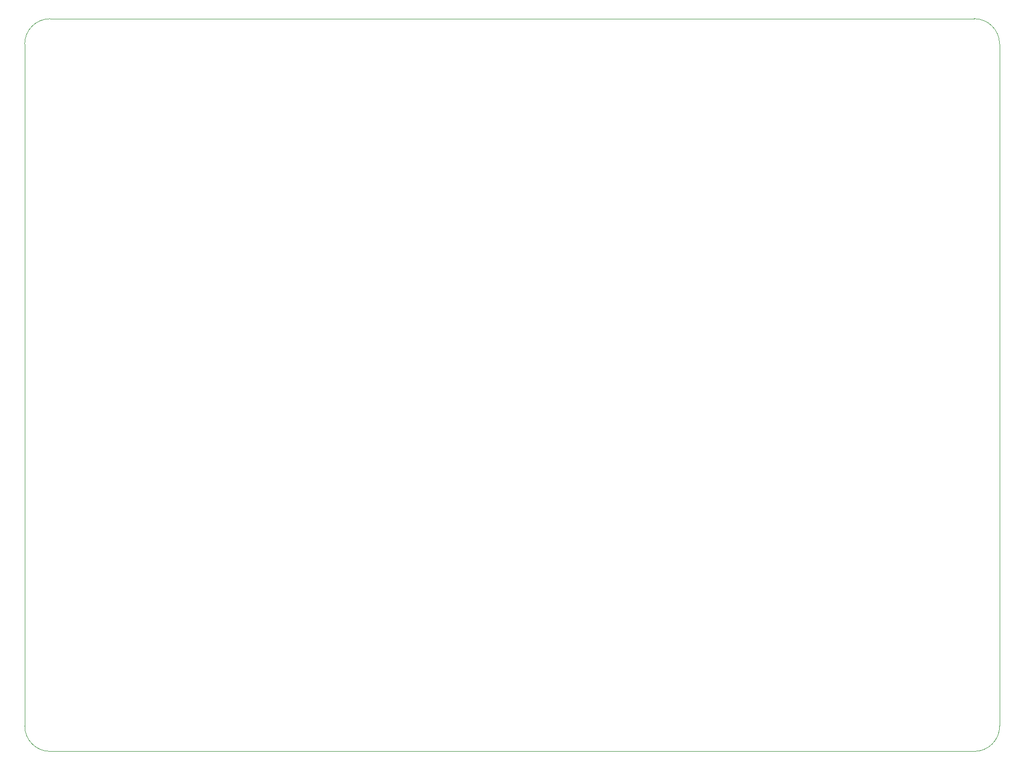
<source format=gbr>
%TF.GenerationSoftware,KiCad,Pcbnew,8.0.6*%
%TF.CreationDate,2025-02-10T16:04:45-08:00*%
%TF.ProjectId,Urban MC,55726261-6e20-44d4-932e-6b696361645f,rev?*%
%TF.SameCoordinates,Original*%
%TF.FileFunction,Profile,NP*%
%FSLAX46Y46*%
G04 Gerber Fmt 4.6, Leading zero omitted, Abs format (unit mm)*
G04 Created by KiCad (PCBNEW 8.0.6) date 2025-02-10 16:04:45*
%MOMM*%
%LPD*%
G01*
G04 APERTURE LIST*
%TA.AperFunction,Profile*%
%ADD10C,0.100000*%
%TD*%
G04 APERTURE END LIST*
D10*
X259080000Y-149352000D02*
X259063393Y-32872353D01*
X254745393Y-28554353D02*
G75*
G02*
X259063447Y-32872353I7J-4318047D01*
G01*
X92696792Y-32882516D02*
X92710000Y-149352000D01*
X97028000Y-153670000D02*
G75*
G02*
X92710000Y-149352000I0J4318000D01*
G01*
X254745393Y-28554353D02*
X97014792Y-28564516D01*
X97028000Y-153670000D02*
X254762000Y-153670000D01*
X92696792Y-32882516D02*
G75*
G02*
X97014792Y-28564492I4318008J16D01*
G01*
X259080000Y-149352000D02*
G75*
G02*
X254762000Y-153670000I-4318000J0D01*
G01*
M02*

</source>
